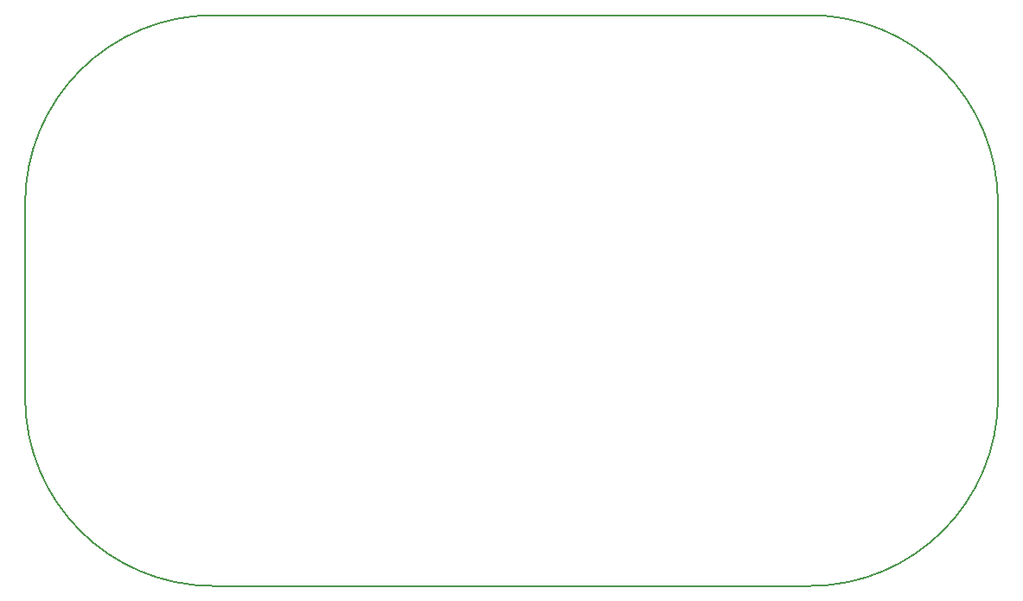
<source format=gm1>
G04 #@! TF.GenerationSoftware,KiCad,Pcbnew,5.99.0-1.20210607git4c293e0.fc34*
G04 #@! TF.CreationDate,2021-06-11T06:43:42+01:00*
G04 #@! TF.ProjectId,A500-2Meg,41353030-2d32-44d6-9567-2e6b69636164,rev?*
G04 #@! TF.SameCoordinates,Original*
G04 #@! TF.FileFunction,Profile,NP*
%FSLAX46Y46*%
G04 Gerber Fmt 4.6, Leading zero omitted, Abs format (unit mm)*
G04 Created by KiCad (PCBNEW 5.99.0-1.20210607git4c293e0.fc34) date 2021-06-11 06:43:42*
%MOMM*%
%LPD*%
G01*
G04 APERTURE LIST*
G04 #@! TA.AperFunction,Profile*
%ADD10C,0.150000*%
G04 #@! TD*
G04 APERTURE END LIST*
D10*
X108585000Y-24765000D02*
X167005001Y-24765000D01*
X185420001Y-62230001D02*
G75*
G02*
X167005000Y-80645000I-18415000J1D01*
G01*
X90169999Y-43179999D02*
G75*
G02*
X108585000Y-24765000I18415000J-1D01*
G01*
X185420000Y-43180001D02*
X185420001Y-62230001D01*
X90170000Y-62230000D02*
X90169999Y-43179999D01*
X167005000Y-80645000D02*
X108585000Y-80645000D01*
X167005001Y-24765000D02*
G75*
G02*
X185420000Y-43180001I-1J-18415000D01*
G01*
X108584999Y-80645001D02*
G75*
G02*
X90170000Y-62230000I1J18415000D01*
G01*
M02*

</source>
